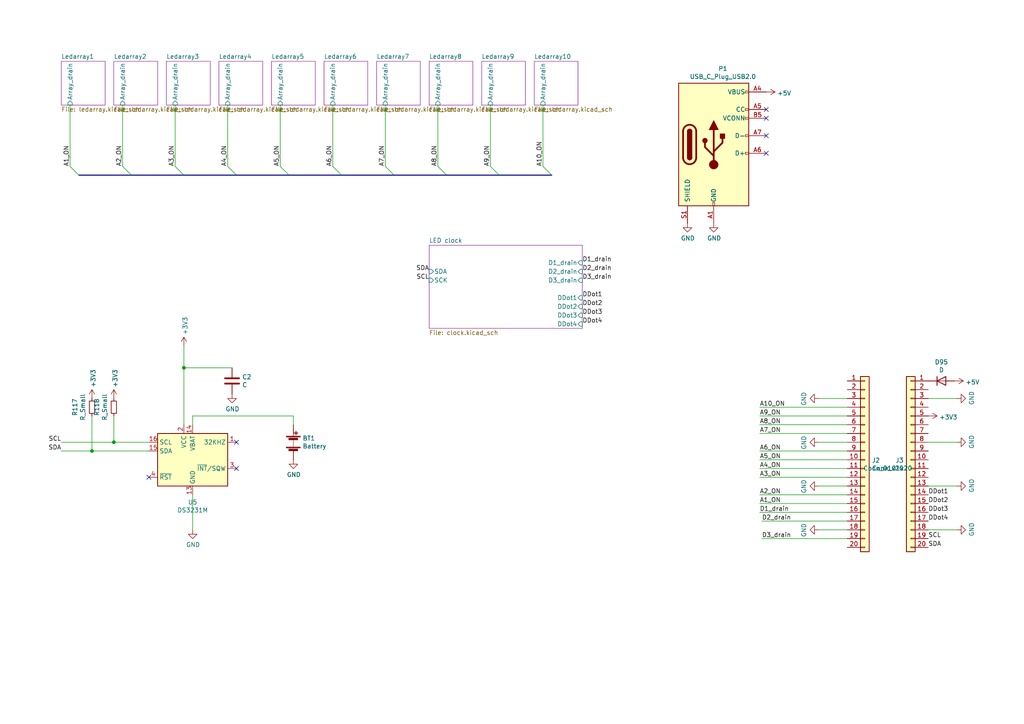
<source format=kicad_sch>
(kicad_sch (version 20201015) (generator eeschema)
  (paper "A4")
  (lib_symbols
    (symbol "Connector:USB_C_Plug_USB2.0" (pin_names (offset 1.016))
      (property "Reference" "P" (at -10.16 19.05 0))
      (property "Value" "USB_C_Plug_USB2.0" (at 12.7 19.05 0))
      (symbol "USB_C_Plug_USB2.0_0_0"
        (rectangle (start -0.254 -17.78) (end 0.254 -16.764))
        (rectangle (start 10.16 -2.286) (end 9.144 -2.794))
        (rectangle (start 10.16 2.794) (end 9.144 2.286))
        (rectangle (start 10.16 7.874) (end 9.144 7.366))
        (rectangle (start 10.16 10.414) (end 9.144 9.906))
        (rectangle (start 10.16 15.494) (end 9.144 14.986))
      )
      (symbol "USB_C_Plug_USB2.0_0_1"
        (arc (start -8.89 -3.81) (end -5.08 -3.81) (radius (at -6.985 -3.81) (length 1.905) (angles -179.9 -0.1)) (stroke (width 0.508)))
        (arc (start -7.62 -3.81) (end -6.35 -3.81) (radius (at -6.985 -3.81) (length 0.635) (angles -179.9 -0.1)) (stroke (width 0.254)))
        (arc (start -7.62 -3.81) (end -6.35 -3.81) (radius (at -6.985 -3.81) (length 0.635) (angles -179.9 -0.1)) (stroke (width 0.254)) (fill (type outline)))
        (arc (start -6.35 3.81) (end -7.62 3.81) (radius (at -6.985 3.81) (length 0.635) (angles 0.1 179.9)) (stroke (width 0.254)) (fill (type outline)))
        (arc (start -6.35 3.81) (end -7.62 3.81) (radius (at -6.985 3.81) (length 0.635) (angles 0.1 179.9)) (stroke (width 0.254)))
        (arc (start -5.08 3.81) (end -8.89 3.81) (radius (at -6.985 3.81) (length 1.905) (angles 0.1 179.9)) (stroke (width 0.508)))
        (circle (center -2.54 1.143) (radius 0.635) (stroke (width 0.254)) (fill (type outline)))
        (circle (center 0 -5.842) (radius 1.27) (fill (type outline)))
        (rectangle (start -10.16 17.78) (end 10.16 -17.78) (stroke (width 0.254)) (fill (type background)))
        (rectangle (start -7.62 -3.81) (end -6.35 3.81) (stroke (width 0.254)) (fill (type outline)))
        (rectangle (start 1.905 1.778) (end 3.175 3.048) (stroke (width 0.254)) (fill (type outline)))
        (polyline (pts (xy -8.89 -3.81) (xy -8.89 3.81)) (stroke (width 0.508)))
        (polyline (pts (xy -5.08 3.81) (xy -5.08 -3.81)) (stroke (width 0.508)))
        (polyline (pts (xy 0 -5.842) (xy 0 4.318)) (stroke (width 0.508)))
        (polyline (pts (xy 0 -3.302) (xy -2.54 -0.762) (xy -2.54 0.508)) (stroke (width 0.508)))
        (polyline (pts (xy 0 -2.032) (xy 2.54 0.508) (xy 2.54 1.778)) (stroke (width 0.508)))
        (polyline (pts (xy -1.27 4.318) (xy 0 6.858) (xy 1.27 4.318) (xy -1.27 4.318)) (stroke (width 0.254)) (fill (type outline)))
      )
      (symbol "USB_C_Plug_USB2.0_1_1"
        (pin passive line (at 0 -22.86 90) (length 5.08) (name "GND") (number "A1"))
        (pin passive line (at 0 -22.86 90) (length 5.08) hide (name "GND") (number "A12"))
        (pin passive line (at 15.24 15.24 180) (length 5.08) (name "VBUS") (number "A4"))
        (pin bidirectional line (at 15.24 10.16 180) (length 5.08) (name "CC") (number "A5"))
        (pin bidirectional line (at 15.24 -2.54 180) (length 5.08) (name "D+") (number "A6"))
        (pin bidirectional line (at 15.24 2.54 180) (length 5.08) (name "D-") (number "A7"))
        (pin passive line (at 15.24 15.24 180) (length 5.08) hide (name "VBUS") (number "A9"))
        (pin passive line (at 0 -22.86 90) (length 5.08) hide (name "GND") (number "B1"))
        (pin passive line (at 0 -22.86 90) (length 5.08) hide (name "GND") (number "B12"))
        (pin passive line (at 15.24 15.24 180) (length 5.08) hide (name "VBUS") (number "B4"))
        (pin bidirectional line (at 15.24 7.62 180) (length 5.08) (name "VCONN") (number "B5"))
        (pin passive line (at 15.24 15.24 180) (length 5.08) hide (name "VBUS") (number "B9"))
        (pin passive line (at -7.62 -22.86 90) (length 5.08) (name "SHIELD") (number "S1"))
      )
    )
    (symbol "Connector_Generic:Conn_01x20" (pin_names (offset 1.016) hide)
      (property "Reference" "J" (at 0 25.4 0))
      (property "Value" "Conn_01x20" (at 0 -27.94 0))
      (symbol "Conn_01x20_1_1"
        (rectangle (start -1.27 -4.953) (end 0 -5.207) (stroke (width 0.1524)))
        (rectangle (start -1.27 -7.493) (end 0 -7.747) (stroke (width 0.1524)))
        (rectangle (start -1.27 -10.033) (end 0 -10.287) (stroke (width 0.1524)))
        (rectangle (start -1.27 -12.573) (end 0 -12.827) (stroke (width 0.1524)))
        (rectangle (start -1.27 -15.113) (end 0 -15.367) (stroke (width 0.1524)))
        (rectangle (start -1.27 -17.653) (end 0 -17.907) (stroke (width 0.1524)))
        (rectangle (start -1.27 -20.193) (end 0 -20.447) (stroke (width 0.1524)))
        (rectangle (start -1.27 -22.733) (end 0 -22.987) (stroke (width 0.1524)))
        (rectangle (start -1.27 -2.413) (end 0 -2.667) (stroke (width 0.1524)))
        (rectangle (start -1.27 -25.273) (end 0 -25.527) (stroke (width 0.1524)))
        (rectangle (start -1.27 2.667) (end 0 2.413) (stroke (width 0.1524)))
        (rectangle (start -1.27 5.207) (end 0 4.953) (stroke (width 0.1524)))
        (rectangle (start -1.27 7.747) (end 0 7.493) (stroke (width 0.1524)))
        (rectangle (start -1.27 10.287) (end 0 10.033) (stroke (width 0.1524)))
        (rectangle (start -1.27 0.127) (end 0 -0.127) (stroke (width 0.1524)))
        (rectangle (start -1.27 12.827) (end 0 12.573) (stroke (width 0.1524)))
        (rectangle (start -1.27 15.367) (end 0 15.113) (stroke (width 0.1524)))
        (rectangle (start -1.27 17.907) (end 0 17.653) (stroke (width 0.1524)))
        (rectangle (start -1.27 20.447) (end 0 20.193) (stroke (width 0.1524)))
        (rectangle (start -1.27 22.987) (end 0 22.733) (stroke (width 0.1524)))
        (rectangle (start -1.27 24.13) (end 1.27 -26.67) (stroke (width 0.254)) (fill (type background)))
        (pin passive line (at -5.08 22.86 0) (length 3.81) (name "Pin_1") (number "1"))
        (pin passive line (at -5.08 0 0) (length 3.81) (name "Pin_10") (number "10"))
        (pin passive line (at -5.08 -2.54 0) (length 3.81) (name "Pin_11") (number "11"))
        (pin passive line (at -5.08 -5.08 0) (length 3.81) (name "Pin_12") (number "12"))
        (pin passive line (at -5.08 -7.62 0) (length 3.81) (name "Pin_13") (number "13"))
        (pin passive line (at -5.08 -10.16 0) (length 3.81) (name "Pin_14") (number "14"))
        (pin passive line (at -5.08 -12.7 0) (length 3.81) (name "Pin_15") (number "15"))
        (pin passive line (at -5.08 -15.24 0) (length 3.81) (name "Pin_16") (number "16"))
        (pin passive line (at -5.08 -17.78 0) (length 3.81) (name "Pin_17") (number "17"))
        (pin passive line (at -5.08 -20.32 0) (length 3.81) (name "Pin_18") (number "18"))
        (pin passive line (at -5.08 -22.86 0) (length 3.81) (name "Pin_19") (number "19"))
        (pin passive line (at -5.08 20.32 0) (length 3.81) (name "Pin_2") (number "2"))
        (pin passive line (at -5.08 -25.4 0) (length 3.81) (name "Pin_20") (number "20"))
        (pin passive line (at -5.08 17.78 0) (length 3.81) (name "Pin_3") (number "3"))
        (pin passive line (at -5.08 15.24 0) (length 3.81) (name "Pin_4") (number "4"))
        (pin passive line (at -5.08 12.7 0) (length 3.81) (name "Pin_5") (number "5"))
        (pin passive line (at -5.08 10.16 0) (length 3.81) (name "Pin_6") (number "6"))
        (pin passive line (at -5.08 7.62 0) (length 3.81) (name "Pin_7") (number "7"))
        (pin passive line (at -5.08 5.08 0) (length 3.81) (name "Pin_8") (number "8"))
        (pin passive line (at -5.08 2.54 0) (length 3.81) (name "Pin_9") (number "9"))
      )
    )
    (symbol "Device:Battery" (pin_numbers hide) (pin_names (offset 0) hide)
      (property "Reference" "BT" (at 2.54 2.54 0))
      (property "Value" "Battery" (at 2.54 0 0))
      (symbol "Battery_0_1"
        (rectangle (start -2.032 -1.397) (end 2.032 -1.651) (fill (type outline)))
        (rectangle (start -2.032 1.778) (end 2.032 1.524) (fill (type outline)))
        (rectangle (start -1.3208 -1.9812) (end 1.27 -2.4892) (fill (type outline)))
        (rectangle (start -1.3208 1.1938) (end 1.27 0.6858) (fill (type outline)))
        (polyline (pts (xy 0 -1.524) (xy 0 -1.27)))
        (polyline (pts (xy 0 -1.016) (xy 0 -0.762)))
        (polyline (pts (xy 0 -0.508) (xy 0 -0.254)))
        (polyline (pts (xy 0 0) (xy 0 0.254)))
        (polyline (pts (xy 0 0.508) (xy 0 0.762)))
        (polyline (pts (xy 0 1.778) (xy 0 2.54)))
        (polyline (pts (xy 0.254 2.667) (xy 1.27 2.667)) (stroke (width 0.254)))
        (polyline (pts (xy 0.762 3.175) (xy 0.762 2.159)) (stroke (width 0.254)))
      )
      (symbol "Battery_1_1"
        (pin passive line (at 0 5.08 270) (length 2.54) (name "+") (number "1"))
        (pin passive line (at 0 -5.08 90) (length 2.54) (name "-") (number "2"))
      )
    )
    (symbol "Device:C" (pin_numbers hide) (pin_names (offset 0.254))
      (property "Reference" "C" (at 0.635 2.54 0))
      (property "Value" "C" (at 0.635 -2.54 0))
      (symbol "C_0_1"
        (polyline (pts (xy -2.032 -0.762) (xy 2.032 -0.762)) (stroke (width 0.508)))
        (polyline (pts (xy -2.032 0.762) (xy 2.032 0.762)) (stroke (width 0.508)))
      )
      (symbol "C_1_1"
        (pin passive line (at 0 3.81 270) (length 2.794) (name "~") (number "1"))
        (pin passive line (at 0 -3.81 90) (length 2.794) (name "~") (number "2"))
      )
    )
    (symbol "Device:D" (pin_numbers hide) (pin_names (offset 1.016) hide)
      (property "Reference" "D" (at 0 2.54 0))
      (property "Value" "D" (at 0 -2.54 0))
      (symbol "D_0_1"
        (polyline (pts (xy -1.27 1.27) (xy -1.27 -1.27)) (stroke (width 0.254)))
        (polyline (pts (xy 1.27 0) (xy -1.27 0)))
        (polyline (pts (xy 1.27 1.27) (xy 1.27 -1.27) (xy -1.27 0) (xy 1.27 1.27)) (stroke (width 0.254)))
      )
      (symbol "D_1_1"
        (pin passive line (at -3.81 0 0) (length 2.54) (name "K") (number "1"))
        (pin passive line (at 3.81 0 180) (length 2.54) (name "A") (number "2"))
      )
    )
    (symbol "Device:R_Small" (pin_numbers hide) (pin_names (offset 0.254) hide)
      (property "Reference" "R" (at 0.762 0.508 0))
      (property "Value" "R_Small" (at 0.762 -1.016 0))
      (symbol "R_Small_0_1"
        (rectangle (start -0.762 1.778) (end 0.762 -1.778) (stroke (width 0.2032)))
      )
      (symbol "R_Small_1_1"
        (pin passive line (at 0 2.54 270) (length 0.762) (name "~") (number "1"))
        (pin passive line (at 0 -2.54 90) (length 0.762) (name "~") (number "2"))
      )
    )
    (symbol "Timer_RTC:DS3231M"
      (property "Reference" "U" (at -7.62 8.89 0))
      (property "Value" "DS3231M" (at 10.16 8.89 0))
      (symbol "DS3231M_0_1"
        (rectangle (start -10.16 7.62) (end 10.16 -7.62) (stroke (width 0.254)) (fill (type background)))
      )
      (symbol "DS3231M_1_1"
        (pin open_collector line (at 12.7 5.08 180) (length 2.54) (name "32KHZ") (number "1"))
        (pin passive line (at 0 -10.16 90) (length 2.54) hide (name "GND") (number "10"))
        (pin passive line (at 0 -10.16 90) (length 2.54) hide (name "GND") (number "11"))
        (pin passive line (at 0 -10.16 90) (length 2.54) hide (name "GND") (number "12"))
        (pin power_in line (at 0 -10.16 90) (length 2.54) (name "GND") (number "13"))
        (pin power_in line (at 0 10.16 270) (length 2.54) (name "VBAT") (number "14"))
        (pin bidirectional line (at -12.7 2.54 0) (length 2.54) (name "SDA") (number "15"))
        (pin input line (at -12.7 5.08 0) (length 2.54) (name "SCL") (number "16"))
        (pin power_in line (at -2.54 10.16 270) (length 2.54) (name "VCC") (number "2"))
        (pin open_collector line (at 12.7 -2.54 180) (length 2.54) (name "~INT~/SQW") (number "3"))
        (pin bidirectional line (at -12.7 -5.08 0) (length 2.54) (name "~RST") (number "4"))
        (pin passive line (at 0 -10.16 90) (length 2.54) hide (name "GND") (number "5"))
        (pin passive line (at 0 -10.16 90) (length 2.54) hide (name "GND") (number "6"))
        (pin passive line (at 0 -10.16 90) (length 2.54) hide (name "GND") (number "7"))
        (pin passive line (at 0 -10.16 90) (length 2.54) hide (name "GND") (number "8"))
        (pin passive line (at 0 -10.16 90) (length 2.54) hide (name "GND") (number "9"))
      )
    )
    (symbol "power:+3V3" (power) (pin_names (offset 0))
      (property "Value" "+3V3" (at 0 3.556 0))
      (symbol "+3V3_0_1"
        (polyline (pts (xy -0.762 1.27) (xy 0 2.54)))
        (polyline (pts (xy 0 0) (xy 0 2.54)))
        (polyline (pts (xy 0 2.54) (xy 0.762 1.27)))
      )
      (symbol "+3V3_1_1"
        (pin power_in line (at 0 0 90) (length 0) hide (name "+3V3") (number "1"))
      )
    )
    (symbol "power:+5V" (power) (pin_names (offset 0))
      (property "Value" "+5V" (at 0 3.556 0))
      (symbol "+5V_0_1"
        (polyline (pts (xy -0.762 1.27) (xy 0 2.54)))
        (polyline (pts (xy 0 0) (xy 0 2.54)))
        (polyline (pts (xy 0 2.54) (xy 0.762 1.27)))
      )
      (symbol "+5V_1_1"
        (pin power_in line (at 0 0 90) (length 0) hide (name "+5V") (number "1"))
      )
    )
    (symbol "power:GND" (power) (pin_names (offset 0))
      (property "Value" "GND" (at 0 -3.81 0))
      (symbol "GND_0_1"
        (polyline (pts (xy 0 0) (xy 0 -1.27) (xy 1.27 -1.27) (xy 0 -2.54) (xy -1.27 -1.27) (xy 0 -1.27)))
      )
      (symbol "GND_1_1"
        (pin power_in line (at 0 0 270) (length 0) hide (name "GND") (number "1"))
      )
    )
  )
  (junction (at 26.67 130.81) (diameter 0.9144))
  (junction (at 33.02 128.27) (diameter 0.9144))
  (junction (at 53.34 106.68) (diameter 0.9144))
  (no_connect (at 43.18 138.43))
  (no_connect (at 68.58 128.27))
  (no_connect (at 68.58 135.89))
  (no_connect (at 222.25 31.75))
  (no_connect (at 222.25 34.29))
  (no_connect (at 222.25 39.37))
  (no_connect (at 222.25 44.45))
  (bus_entry (at 20.32 48.26) (size 2.54 2.54) (stroke (width 0.1524)))
  (bus_entry (at 35.56 48.26) (size 2.54 2.54) (stroke (width 0.1524)))
  (bus_entry (at 50.8 48.26) (size 2.54 2.54) (stroke (width 0.1524)))
  (bus_entry (at 66.04 48.26) (size 2.54 2.54) (stroke (width 0.1524)))
  (bus_entry (at 81.28 48.26) (size 2.54 2.54) (stroke (width 0.1524)))
  (bus_entry (at 96.52 48.26) (size 2.54 2.54) (stroke (width 0.1524)))
  (bus_entry (at 111.76 48.26) (size 2.54 2.54) (stroke (width 0.1524)))
  (bus_entry (at 127 48.26) (size 2.54 2.54) (stroke (width 0.1524)))
  (bus_entry (at 142.24 48.26) (size 2.54 2.54) (stroke (width 0.1524)))
  (bus_entry (at 157.48 48.26) (size 2.54 2.54) (stroke (width 0.1524)))
  (wire (pts (xy 17.78 128.27) (xy 33.02 128.27)))
  (wire (pts (xy 17.78 130.81) (xy 26.67 130.81)))
  (wire (pts (xy 20.32 30.48) (xy 20.32 48.26)))
  (wire (pts (xy 26.67 120.65) (xy 26.67 130.81)))
  (wire (pts (xy 26.67 130.81) (xy 43.18 130.81)))
  (wire (pts (xy 33.02 120.65) (xy 33.02 128.27)))
  (wire (pts (xy 33.02 128.27) (xy 43.18 128.27)))
  (wire (pts (xy 35.56 30.48) (xy 35.56 48.26)))
  (wire (pts (xy 50.8 30.48) (xy 50.8 48.26)))
  (wire (pts (xy 53.34 100.33) (xy 53.34 106.68)))
  (wire (pts (xy 53.34 106.68) (xy 53.34 123.19)))
  (wire (pts (xy 53.34 106.68) (xy 67.31 106.68)))
  (wire (pts (xy 55.88 120.65) (xy 85.09 120.65)))
  (wire (pts (xy 55.88 123.19) (xy 55.88 120.65)))
  (wire (pts (xy 55.88 143.51) (xy 55.88 153.67)))
  (wire (pts (xy 66.04 30.48) (xy 66.04 48.26)))
  (wire (pts (xy 81.28 30.48) (xy 81.28 48.26)))
  (wire (pts (xy 85.09 120.65) (xy 85.09 123.19)))
  (wire (pts (xy 96.52 30.48) (xy 96.52 48.26)))
  (wire (pts (xy 111.76 30.48) (xy 111.76 48.26)))
  (wire (pts (xy 127 30.48) (xy 127 48.26)))
  (wire (pts (xy 142.24 30.48) (xy 142.24 48.26)))
  (wire (pts (xy 157.48 30.48) (xy 157.48 48.26)))
  (wire (pts (xy 220.345 118.11) (xy 245.745 118.11)))
  (wire (pts (xy 220.345 120.65) (xy 245.745 120.65)))
  (wire (pts (xy 220.345 123.19) (xy 245.745 123.19)))
  (wire (pts (xy 220.345 125.73) (xy 245.745 125.73)))
  (wire (pts (xy 220.345 130.81) (xy 245.745 130.81)))
  (wire (pts (xy 220.345 133.35) (xy 245.745 133.35)))
  (wire (pts (xy 220.345 135.89) (xy 245.745 135.89)))
  (wire (pts (xy 220.345 138.43) (xy 245.745 138.43)))
  (wire (pts (xy 220.345 143.51) (xy 245.745 143.51)))
  (wire (pts (xy 220.345 146.05) (xy 245.745 146.05)))
  (wire (pts (xy 220.345 148.59) (xy 245.745 148.59)))
  (wire (pts (xy 220.98 151.13) (xy 245.745 151.13)))
  (wire (pts (xy 220.98 156.21) (xy 245.745 156.21)))
  (wire (pts (xy 237.49 115.57) (xy 245.745 115.57)))
  (wire (pts (xy 237.49 128.27) (xy 245.745 128.27)))
  (wire (pts (xy 237.49 140.97) (xy 245.745 140.97)))
  (wire (pts (xy 237.49 153.67) (xy 245.745 153.67)))
  (wire (pts (xy 277.495 115.57) (xy 269.24 115.57)))
  (wire (pts (xy 277.495 128.27) (xy 269.24 128.27)))
  (wire (pts (xy 277.495 140.97) (xy 269.24 140.97)))
  (wire (pts (xy 277.495 153.67) (xy 269.24 153.67)))
  (bus (pts (xy 22.86 50.8) (xy 38.1 50.8)))
  (bus (pts (xy 38.1 50.8) (xy 53.34 50.8)))
  (bus (pts (xy 53.34 50.8) (xy 68.58 50.8)))
  (bus (pts (xy 68.58 50.8) (xy 83.82 50.8)))
  (bus (pts (xy 83.82 50.8) (xy 99.06 50.8)))
  (bus (pts (xy 99.06 50.8) (xy 114.3 50.8)))
  (bus (pts (xy 114.3 50.8) (xy 129.54 50.8)))
  (bus (pts (xy 129.54 50.8) (xy 144.78 50.8)))
  (bus (pts (xy 144.78 50.8) (xy 160.02 50.8)))
  (label "SCL" (at 17.78 128.27 180))
  (label "SDA" (at 17.78 130.81 180))
  (label "A1_ON" (at 20.32 48.26 90))
  (label "A2_ON" (at 35.56 48.26 90))
  (label "A3_ON" (at 50.8 48.26 90))
  (label "A4_ON" (at 66.04 48.26 90))
  (label "A5_ON" (at 81.28 48.26 90))
  (label "A6_ON" (at 96.52 48.26 90))
  (label "A7_ON" (at 111.76 48.26 90))
  (label "SDA" (at 124.46 78.74 180))
  (label "SCL" (at 124.46 81.28 180))
  (label "A8_ON" (at 127 48.26 90))
  (label "A9_ON" (at 142.24 48.26 90))
  (label "A10_ON" (at 157.48 48.26 90))
  (label "D1_drain" (at 168.91 76.2 0))
  (label "D2_drain" (at 168.91 78.74 0))
  (label "D3_drain" (at 168.91 81.28 0))
  (label "DDot1" (at 168.91 86.36 0))
  (label "DDot2" (at 168.91 88.9 0))
  (label "DDot3" (at 168.91 91.44 0))
  (label "DDot4" (at 168.91 93.98 0))
  (label "A10_ON" (at 220.345 118.11 0))
  (label "A9_ON" (at 220.345 120.65 0))
  (label "A8_ON" (at 220.345 123.19 0))
  (label "A7_ON" (at 220.345 125.73 0))
  (label "A6_ON" (at 220.345 130.81 0))
  (label "A5_ON" (at 220.345 133.35 0))
  (label "A4_ON" (at 220.345 135.89 0))
  (label "A3_ON" (at 220.345 138.43 0))
  (label "A2_ON" (at 220.345 143.51 0))
  (label "A1_ON" (at 220.345 146.05 0))
  (label "D1_drain" (at 220.345 148.59 0))
  (label "D2_drain" (at 220.98 151.13 0))
  (label "D3_drain" (at 220.98 156.21 0))
  (label "DDot1" (at 269.24 143.51 0))
  (label "DDot2" (at 269.24 146.05 0))
  (label "DDot3" (at 269.24 148.59 0))
  (label "DDot4" (at 269.24 151.13 0))
  (label "SCL" (at 269.24 156.21 0))
  (label "SDA" (at 269.24 158.75 0))
  (symbol (lib_id "power:+3V3") (at 26.67 115.57 0) (unit 1)
    (property "Reference" "#PWR0154" (effects hide))
    (property "Value" "+3V3" (at 27.0383 112.3949 90) (effects (justify left)))
  )
  (symbol (lib_id "power:+3V3") (at 33.02 115.57 0) (unit 1)
    (property "Reference" "#PWR0153" (effects hide))
    (property "Value" "+3V3" (at 33.3883 112.3949 90) (effects (justify left)))
  )
  (symbol (lib_id "power:+3V3") (at 53.34 100.33 0) (unit 1)
    (property "Reference" "#PWR0152" (effects hide))
    (property "Value" "+3V3" (at 53.7083 97.1549 90) (effects (justify left)))
  )
  (symbol (lib_id "power:+5V") (at 222.25 26.67 270) (unit 1)
    (property "Reference" "#PWR0140" (effects hide))
    (property "Value" "+5V" (at 225.4251 27.0383 90) (effects (justify left)))
  )
  (symbol (lib_id "power:+3V3") (at 269.24 120.65 270) (unit 1)
    (property "Reference" "#PWR0142" (effects hide))
    (property "Value" "+3V3" (at 272.4151 121.0183 90) (effects (justify left)))
  )
  (symbol (lib_id "power:+5V") (at 276.86 110.49 270) (unit 1)
    (property "Reference" "#PWR0141" (effects hide))
    (property "Value" "+5V" (at 280.0351 110.8583 90) (effects (justify left)))
  )
  (symbol (lib_id "power:GND") (at 55.88 153.67 0) (unit 1)
    (property "Reference" "#PWR0151" (effects hide))
    (property "Value" "GND" (at 55.9943 157.9944 0))
  )
  (symbol (lib_id "power:GND") (at 67.31 114.3 0) (unit 1)
    (property "Reference" "#PWR0155" (effects hide))
    (property "Value" "GND" (at 67.4243 118.6244 0))
  )
  (symbol (lib_id "power:GND") (at 85.09 133.35 0) (unit 1)
    (property "Reference" "#PWR0156" (effects hide))
    (property "Value" "GND" (at 85.2043 137.6744 0))
  )
  (symbol (lib_id "power:GND") (at 199.39 64.77 0) (unit 1)
    (property "Reference" "#PWR0138" (effects hide))
    (property "Value" "GND" (at 199.5043 69.0944 0))
  )
  (symbol (lib_id "power:GND") (at 207.01 64.77 0) (unit 1)
    (property "Reference" "#PWR0139" (effects hide))
    (property "Value" "GND" (at 207.1243 69.0944 0))
  )
  (symbol (lib_id "power:GND") (at 237.49 115.57 270) (unit 1)
    (property "Reference" "#PWR0134" (effects hide))
    (property "Value" "GND" (at 233.1656 115.6843 0))
  )
  (symbol (lib_id "power:GND") (at 237.49 128.27 270) (unit 1)
    (property "Reference" "#PWR0135" (effects hide))
    (property "Value" "GND" (at 233.1656 128.3843 0))
  )
  (symbol (lib_id "power:GND") (at 237.49 140.97 270) (unit 1)
    (property "Reference" "#PWR0136" (effects hide))
    (property "Value" "GND" (at 233.1656 141.0843 0))
  )
  (symbol (lib_id "power:GND") (at 237.49 153.67 270) (unit 1)
    (property "Reference" "#PWR0137" (effects hide))
    (property "Value" "GND" (at 233.1656 153.7843 0))
  )
  (symbol (lib_id "power:GND") (at 277.495 115.57 90) (unit 1)
    (property "Reference" "#PWR0146" (effects hide))
    (property "Value" "GND" (at 281.8194 115.4557 0))
  )
  (symbol (lib_id "power:GND") (at 277.495 128.27 90) (unit 1)
    (property "Reference" "#PWR0133" (effects hide))
    (property "Value" "GND" (at 281.8194 128.1557 0))
  )
  (symbol (lib_id "power:GND") (at 277.495 140.97 90) (unit 1)
    (property "Reference" "#PWR0132" (effects hide))
    (property "Value" "GND" (at 281.8194 140.8557 0))
  )
  (symbol (lib_id "power:GND") (at 277.495 153.67 90) (unit 1)
    (property "Reference" "#PWR0131" (effects hide))
    (property "Value" "GND" (at 281.8194 153.5557 0))
  )
  (symbol (lib_id "Device:R_Small") (at 26.67 118.11 180) (unit 1)
    (property "Reference" "R117" (at 21.7232 118.11 90))
    (property "Value" "R_Small" (at 24.0219 118.11 90))
    (property "Footprint" "Resistor_THT:R_Axial_DIN0207_L6.3mm_D2.5mm_P10.16mm_Horizontal" (effects hide))
  )
  (symbol (lib_id "Device:R_Small") (at 33.02 118.11 180) (unit 1)
    (property "Reference" "R118" (at 28.0732 118.11 90))
    (property "Value" "R_Small" (at 30.3719 118.11 90))
    (property "Footprint" "Resistor_THT:R_Axial_DIN0207_L6.3mm_D2.5mm_P10.16mm_Horizontal" (effects hide))
  )
  (symbol (lib_id "Device:D") (at 273.05 110.49 0) (unit 1)
    (property "Reference" "D95" (at 273.05 105.0098 0))
    (property "Value" "D" (at 273.05 107.3085 0))
    (property "Footprint" "Diode_SMD:D_SMA" (effects hide))
  )
  (symbol (lib_id "Device:C") (at 67.31 110.49 0) (unit 1)
    (property "Reference" "C2" (at 70.2311 109.3406 0) (effects (justify left)))
    (property "Value" "C" (at 70.2311 111.6393 0) (effects (justify left)))
    (property "Footprint" "Capacitor_THT:C_Disc_D7.0mm_W2.5mm_P5.00mm" (effects hide))
  )
  (symbol (lib_id "Device:Battery") (at 85.09 128.27 0) (unit 1)
    (property "Reference" "BT1" (at 87.7571 127.1206 0) (effects (justify left)))
    (property "Value" "Battery" (at 87.7571 129.4193 0) (effects (justify left)))
    (property "Footprint" "Battery:BatteryHolder_Keystone_3002_1x2032" (effects hide))
  )
  (symbol (lib_id "Connector_Generic:Conn_01x20") (at 250.825 133.35 0) (unit 1)
    (property "Reference" "J2" (at 252.8571 133.5214 0) (effects (justify left)))
    (property "Value" "Conn_01x20" (at 252.8571 135.8201 0) (effects (justify left)))
    (property "Footprint" "Connector_PinHeader_2.54mm:PinHeader_1x20_P2.54mm_Vertical" (effects hide))
  )
  (symbol (lib_id "Connector_Generic:Conn_01x20") (at 264.16 133.35 0) (mirror y) (unit 1)
    (property "Reference" "J3" (at 262.1279 133.5214 0) (effects (justify left)))
    (property "Value" "Conn_01x20" (at 262.1279 135.8201 0) (effects (justify left)))
    (property "Footprint" "Connector_PinHeader_2.54mm:PinHeader_1x20_P2.54mm_Vertical" (effects hide))
  )
  (symbol (lib_id "Timer_RTC:DS3231M") (at 55.88 133.35 0) (unit 1)
    (property "Reference" "U5" (at 55.88 145.6754 0))
    (property "Value" "DS3231M" (at 55.88 147.9741 0))
    (property "Footprint" "Package_SO:SOIC-16W_7.5x10.3mm_P1.27mm" (effects hide))
    (property "Datasheet" "http://datasheets.maximintegrated.com/en/ds/DS3231.pdf" (effects hide))
  )
  (symbol (lib_id "Connector:USB_C_Plug_USB2.0") (at 207.01 41.91 0) (unit 1)
    (property "Reference" "P1" (at 209.677 19.9198 0))
    (property "Value" "USB_C_Plug_USB2.0" (at 209.677 22.2185 0))
    (property "Footprint" "Connector_USB:USB_C_Receptacle_GCT_USB4085" (effects hide))
    (property "Datasheet" "https://www.usb.org/sites/default/files/documents/usb_type-c.zip" (effects hide))
  )
  (sheet (at 124.46 71.12) (size 44.45 24.13) (stroke (width 0.001) (color 132 0 132 1)) (fill (color 255 255 255 0.0000))
    (property "Sheet name" "LED clock" (at 124.46 70.4841 0) (effects (justify left bottom)))
    (property "Sheet file" "clock.kicad_sch" (at 124.46 95.7589 0) (effects (justify left top)))
    (pin "SDA" input (at 124.46 78.74 180))
    (pin "SCK" input (at 124.46 81.28 180))
    (pin "D1_drain" input (at 168.91 76.2 0))
    (pin "D2_drain" input (at 168.91 78.74 0))
    (pin "D3_drain" input (at 168.91 81.28 0))
    (pin "DDot1" input (at 168.91 86.36 0))
    (pin "DDot3" input (at 168.91 91.44 0))
    (pin "DDot2" input (at 168.91 88.9 0))
    (pin "DDot4" input (at 168.91 93.98 0))
  )
  (sheet (at 17.78 17.78) (size 12.7 12.7) (stroke (width 0.001) (color 132 0 132 1)) (fill (color 255 255 255 0.0000))
    (property "Sheet name" "Ledarray1" (at 17.78 17.1441 0) (effects (justify left bottom)))
    (property "Sheet file" "ledarray.kicad_sch" (at 17.78 30.9889 0) (effects (justify left top)))
    (pin "Array_drain" input (at 20.32 30.48 270))
  )
  (sheet (at 154.94 17.78) (size 12.7 12.7) (stroke (width 0.001) (color 132 0 132 1)) (fill (color 255 255 255 0.0000))
    (property "Sheet name" "Ledarray10" (at 154.94 17.1441 0) (effects (justify left bottom)))
    (property "Sheet file" "ledarray.kicad_sch" (at 154.94 30.9889 0) (effects (justify left top)))
    (pin "Array_drain" input (at 157.48 30.48 270))
  )
  (sheet (at 33.02 17.78) (size 12.7 12.7) (stroke (width 0.001) (color 132 0 132 1)) (fill (color 255 255 255 0.0000))
    (property "Sheet name" "Ledarray2" (at 33.02 17.1441 0) (effects (justify left bottom)))
    (property "Sheet file" "ledarray.kicad_sch" (at 33.02 30.9889 0) (effects (justify left top)))
    (pin "Array_drain" input (at 35.56 30.48 270))
  )
  (sheet (at 48.26 17.78) (size 12.7 12.7) (stroke (width 0.001) (color 132 0 132 1)) (fill (color 255 255 255 0.0000))
    (property "Sheet name" "Ledarray3" (at 48.26 17.1441 0) (effects (justify left bottom)))
    (property "Sheet file" "ledarray.kicad_sch" (at 48.26 30.9889 0) (effects (justify left top)))
    (pin "Array_drain" input (at 50.8 30.48 270))
  )
  (sheet (at 63.5 17.78) (size 12.7 12.7) (stroke (width 0.001) (color 132 0 132 1)) (fill (color 255 255 255 0.0000))
    (property "Sheet name" "Ledarray4" (at 63.5 17.1441 0) (effects (justify left bottom)))
    (property "Sheet file" "ledarray.kicad_sch" (at 63.5 30.9889 0) (effects (justify left top)))
    (pin "Array_drain" input (at 66.04 30.48 270))
  )
  (sheet (at 78.74 17.78) (size 12.7 12.7) (stroke (width 0.001) (color 132 0 132 1)) (fill (color 255 255 255 0.0000))
    (property "Sheet name" "Ledarray5" (at 78.74 17.1441 0) (effects (justify left bottom)))
    (property "Sheet file" "ledarray.kicad_sch" (at 78.74 30.9889 0) (effects (justify left top)))
    (pin "Array_drain" input (at 81.28 30.48 270))
  )
  (sheet (at 93.98 17.78) (size 12.7 12.7) (stroke (width 0.001) (color 132 0 132 1)) (fill (color 255 255 255 0.0000))
    (property "Sheet name" "Ledarray6" (at 93.98 17.1441 0) (effects (justify left bottom)))
    (property "Sheet file" "ledarray.kicad_sch" (at 93.98 30.9889 0) (effects (justify left top)))
    (pin "Array_drain" input (at 96.52 30.48 270))
  )
  (sheet (at 109.22 17.78) (size 12.7 12.7) (stroke (width 0.001) (color 132 0 132 1)) (fill (color 255 255 255 0.0000))
    (property "Sheet name" "Ledarray7" (at 109.22 17.1441 0) (effects (justify left bottom)))
    (property "Sheet file" "ledarray.kicad_sch" (at 109.22 30.9889 0) (effects (justify left top)))
    (pin "Array_drain" input (at 111.76 30.48 270))
  )
  (sheet (at 124.46 17.78) (size 12.7 12.7) (stroke (width 0.001) (color 132 0 132 1)) (fill (color 255 255 255 0.0000))
    (property "Sheet name" "Ledarray8" (at 124.46 17.1441 0) (effects (justify left bottom)))
    (property "Sheet file" "ledarray.kicad_sch" (at 124.46 30.9889 0) (effects (justify left top)))
    (pin "Array_drain" input (at 127 30.48 270))
  )
  (sheet (at 139.7 17.78) (size 12.7 12.7) (stroke (width 0.001) (color 132 0 132 1)) (fill (color 255 255 255 0.0000))
    (property "Sheet name" "Ledarray9" (at 139.7 17.1441 0) (effects (justify left bottom)))
    (property "Sheet file" "ledarray.kicad_sch" (at 139.7 30.9889 0) (effects (justify left top)))
    (pin "Array_drain" input (at 142.24 30.48 270))
  )
)
</source>
